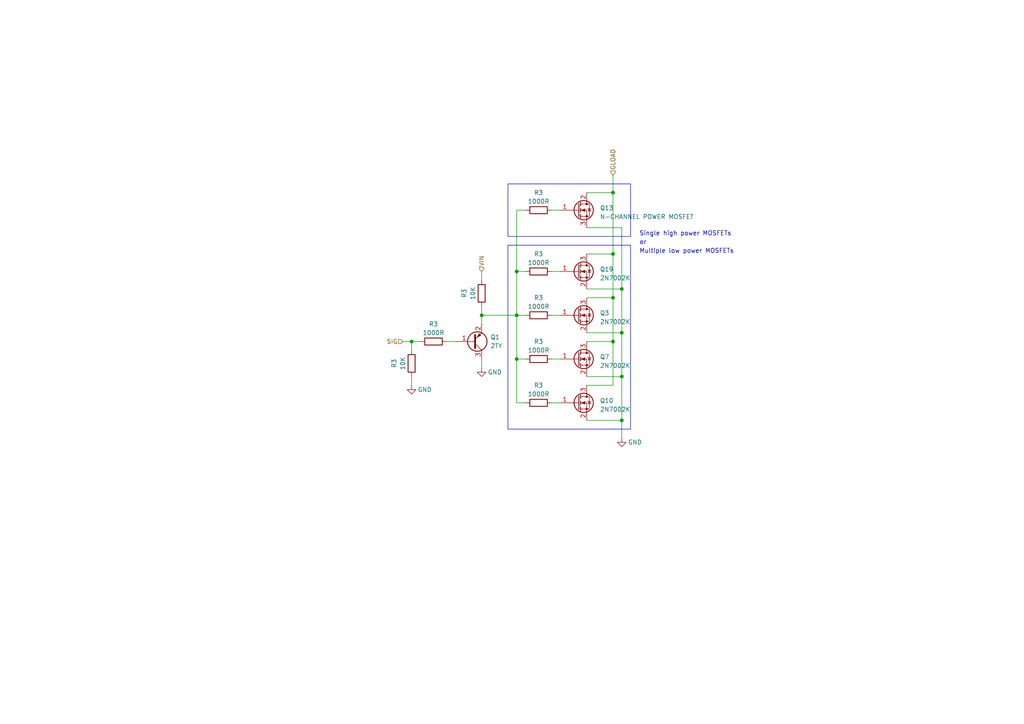
<source format=kicad_sch>
(kicad_sch (version 20230121) (generator eeschema)
  (paper "A4")
  (lib_symbols
    (symbol "Custom:2TY" (pin_names (offset 0) hide)
      (property "Reference" "Q3" (at 5.08 -0.635 0))
      (property "Value" "2TY" (at 5.08 1.905 0))
      (symbol "2TY_0_1"
        (polyline (pts (xy 0 0) (xy 0.635 0)))
        (polyline (pts (xy 2.54 -2.54) (xy 0.635 -0.635)))
        (polyline (pts (xy 2.54 2.54) (xy 0.635 0.635)))
        (polyline (pts (xy 0.635 1.905) (xy 0.635 -1.905) (xy 0.635 -1.905)) (stroke (width 0.508)) (fill (type outline)))
        (polyline (pts (xy 1.778 -2.286) (xy 2.286 -1.778) (xy 1.27 -1.27) (xy 1.778 -2.286) (xy 1.778 -2.286)) (fill (type outline)))
        (circle (center 1.27 0) (radius 2.8194) (stroke (width 0.254)))
      )
      (symbol "2TY_1_1"
        (pin input line (at -5.08 0 0) (length 5.08) (name "B") (number "1"))
        (pin passive line (at 2.54 -5.08 90) (length 2.54) (name "E") (number "2"))
        (pin passive line (at 2.54 5.08 270) (length 2.54) (name "C") (number "3"))
      )
    )
    (symbol "Device:R" (pin_numbers hide) (pin_names (offset 0))
      (property "Reference" "R" (at 2.032 0 90))
      (property "Value" "R" (at 0 0 90))
      (symbol "R_0_1"
        (rectangle (start -1.016 -2.54) (end 1.016 2.54) (stroke (width 0.254)))
      )
      (symbol "R_1_1"
        (pin passive line (at 0 3.81 270) (length 1.27) (name "~") (number "1"))
        (pin passive line (at 0 -3.81 90) (length 1.27) (name "~") (number "2"))
      )
    )
    (symbol "Transistor_FET:2N7002K" (pin_names hide)
      (property "Reference" "Q" (at 5.08 1.905 0))
      (property "Value" "2N7002K" (at 5.08 0 0))
      (symbol "2N7002K_0_1"
        (polyline (pts (xy 0.254 0) (xy -2.54 0)))
        (polyline (pts (xy 0.254 1.905) (xy 0.254 -1.905)) (stroke (width 0.254)))
        (polyline (pts (xy 0.762 -1.27) (xy 0.762 -2.286)) (stroke (width 0.254)))
        (polyline (pts (xy 0.762 0.508) (xy 0.762 -0.508)) (stroke (width 0.254)))
        (polyline (pts (xy 0.762 2.286) (xy 0.762 1.27)) (stroke (width 0.254)))
        (polyline (pts (xy 2.54 2.54) (xy 2.54 1.778)))
        (polyline (pts (xy 2.54 -2.54) (xy 2.54 0) (xy 0.762 0)))
        (polyline (pts (xy 0.762 -1.778) (xy 3.302 -1.778) (xy 3.302 1.778) (xy 0.762 1.778)))
        (polyline (pts (xy 1.016 0) (xy 2.032 0.381) (xy 2.032 -0.381) (xy 1.016 0)) (fill (type outline)))
        (polyline (pts (xy 2.794 0.508) (xy 2.921 0.381) (xy 3.683 0.381) (xy 3.81 0.254)))
        (polyline (pts (xy 3.302 0.381) (xy 2.921 -0.254) (xy 3.683 -0.254) (xy 3.302 0.381)))
        (circle (center 1.651 0) (radius 2.794) (stroke (width 0.254)))
        (circle (center 2.54 -1.778) (radius 0.254) (fill (type outline)))
        (circle (center 2.54 1.778) (radius 0.254) (fill (type outline)))
      )
      (symbol "2N7002K_1_1"
        (pin input line (at -5.08 0 0) (length 2.54) (name "G") (number "1"))
        (pin passive line (at 2.54 -5.08 90) (length 2.54) (name "S") (number "2"))
        (pin passive line (at 2.54 5.08 270) (length 2.54) (name "D") (number "3"))
      )
    )
    (symbol "Transistor_FET:IPD50R3K0CE" (pin_names hide)
      (property "Reference" "Q" (at 5.08 1.905 0))
      (property "Value" "IPD50R3K0CE" (at 5.08 0 0))
      (symbol "IPD50R3K0CE_0_1"
        (polyline (pts (xy 0.254 0) (xy -2.54 0)))
        (polyline (pts (xy 0.254 1.905) (xy 0.254 -1.905)) (stroke (width 0.254)))
        (polyline (pts (xy 0.762 -1.27) (xy 0.762 -2.286)) (stroke (width 0.254)))
        (polyline (pts (xy 0.762 0.508) (xy 0.762 -0.508)) (stroke (width 0.254)))
        (polyline (pts (xy 0.762 2.286) (xy 0.762 1.27)) (stroke (width 0.254)))
        (polyline (pts (xy 2.54 2.54) (xy 2.54 1.778)))
        (polyline (pts (xy 2.54 -2.54) (xy 2.54 0) (xy 0.762 0)))
        (polyline (pts (xy 0.762 -1.778) (xy 3.302 -1.778) (xy 3.302 1.778) (xy 0.762 1.778)))
        (polyline (pts (xy 1.016 0) (xy 2.032 0.381) (xy 2.032 -0.381) (xy 1.016 0)) (fill (type outline)))
        (polyline (pts (xy 2.794 0.508) (xy 2.921 0.381) (xy 3.683 0.381) (xy 3.81 0.254)))
        (polyline (pts (xy 3.302 0.381) (xy 2.921 -0.254) (xy 3.683 -0.254) (xy 3.302 0.381)))
        (circle (center 1.651 0) (radius 2.794) (stroke (width 0.254)))
        (circle (center 2.54 -1.778) (radius 0.254) (fill (type outline)))
        (circle (center 2.54 1.778) (radius 0.254) (fill (type outline)))
      )
      (symbol "IPD50R3K0CE_1_1"
        (pin input line (at -5.08 0 0) (length 2.54) (name "G") (number "1"))
        (pin passive line (at 2.54 5.08 270) (length 2.54) (name "D") (number "2"))
        (pin passive line (at 2.54 -5.08 90) (length 2.54) (name "S") (number "3"))
      )
    )
    (symbol "power:GND" (power) (pin_names (offset 0))
      (property "Value" "GND" (at 0 -3.81 0))
      (symbol "GND_0_1"
        (polyline (pts (xy 0 0) (xy 0 -1.27) (xy 1.27 -1.27) (xy 0 -2.54) (xy -1.27 -1.27) (xy 0 -1.27)))
      )
      (symbol "GND_1_1"
        (pin power_in line (at 0 0 270) (length 0) hide (name "GND") (number "1"))
      )
    )
  )
  (junction (at 177.8 99.06))
  (junction (at 119.38 99.06))
  (junction (at 177.8 86.36))
  (junction (at 149.86 91.44))
  (junction (at 177.8 55.88))
  (junction (at 149.86 104.14))
  (junction (at 180.34 96.52))
  (junction (at 180.34 121.92))
  (junction (at 177.8 73.66))
  (junction (at 180.34 109.22))
  (junction (at 149.86 78.74))
  (junction (at 139.7 91.44))
  (junction (at 180.34 83.82))
  (wire (pts (xy 180.34 96.52) (xy 180.34 109.22)))
  (wire (pts (xy 139.7 78.74) (xy 139.7 81.28)))
  (wire (pts (xy 116.84 99.06) (xy 119.38 99.06)))
  (wire (pts (xy 119.38 101.6) (xy 119.38 99.06)))
  (wire (pts (xy 149.86 60.96) (xy 152.4 60.96)))
  (wire (pts (xy 170.18 66.04) (xy 180.34 66.04)))
  (wire (pts (xy 170.18 109.22) (xy 180.34 109.22)))
  (wire (pts (xy 170.18 121.92) (xy 180.34 121.92)))
  (wire (pts (xy 180.34 66.04) (xy 180.34 83.82)))
  (wire (pts (xy 149.86 78.74) (xy 149.86 91.44)))
  (wire (pts (xy 139.7 88.9) (xy 139.7 91.44)))
  (wire (pts (xy 177.8 55.88) (xy 177.8 73.66)))
  (wire (pts (xy 129.54 99.06) (xy 132.08 99.06)))
  (wire (pts (xy 119.38 99.06) (xy 121.92 99.06)))
  (wire (pts (xy 160.02 104.14) (xy 162.56 104.14)))
  (wire (pts (xy 139.7 104.14) (xy 139.7 106.68)))
  (wire (pts (xy 160.02 91.44) (xy 162.56 91.44)))
  (wire (pts (xy 177.8 73.66) (xy 177.8 86.36)))
  (wire (pts (xy 149.86 60.96) (xy 149.86 78.74)))
  (wire (pts (xy 149.86 91.44) (xy 149.86 104.14)))
  (wire (pts (xy 180.34 109.22) (xy 180.34 121.92)))
  (wire (pts (xy 170.18 55.88) (xy 177.8 55.88)))
  (wire (pts (xy 170.18 99.06) (xy 177.8 99.06)))
  (wire (pts (xy 149.86 91.44) (xy 152.4 91.44)))
  (wire (pts (xy 170.18 96.52) (xy 180.34 96.52)))
  (wire (pts (xy 170.18 73.66) (xy 177.8 73.66)))
  (wire (pts (xy 177.8 86.36) (xy 177.8 99.06)))
  (wire (pts (xy 160.02 78.74) (xy 162.56 78.74)))
  (wire (pts (xy 177.8 50.8) (xy 177.8 55.88)))
  (wire (pts (xy 139.7 91.44) (xy 139.7 93.98)))
  (wire (pts (xy 149.86 104.14) (xy 152.4 104.14)))
  (wire (pts (xy 119.38 109.22) (xy 119.38 111.76)))
  (wire (pts (xy 177.8 99.06) (xy 177.8 111.76)))
  (wire (pts (xy 160.02 116.84) (xy 162.56 116.84)))
  (wire (pts (xy 170.18 86.36) (xy 177.8 86.36)))
  (wire (pts (xy 149.86 116.84) (xy 152.4 116.84)))
  (wire (pts (xy 170.18 111.76) (xy 177.8 111.76)))
  (wire (pts (xy 180.34 127) (xy 180.34 121.92)))
  (wire (pts (xy 170.18 83.82) (xy 180.34 83.82)))
  (wire (pts (xy 149.86 78.74) (xy 152.4 78.74)))
  (wire (pts (xy 149.86 104.14) (xy 149.86 116.84)))
  (wire (pts (xy 160.02 60.96) (xy 162.56 60.96)))
  (wire (pts (xy 139.7 91.44) (xy 149.86 91.44)))
  (wire (pts (xy 180.34 83.82) (xy 180.34 96.52)))
  (rectangle (start 147.32 53.34) (end 182.88 68.58))
  (rectangle (start 147.32 71.12) (end 182.88 124.46))
  (text "Multiple low power MOSFETs" (at 185.42 73.66 0) (effects (font (size 1.27 1.27)) (justify left bottom)))
  (text "or" (at 185.42 71.12 0) (effects (font (size 1.27 1.27)) (justify left bottom)))
  (text "Single high power MOSFETs" (at 185.42 68.58 0) (effects (font (size 1.27 1.27)) (justify left bottom)))
  (hierarchical_label "VIN" (shape input) (at 139.7 78.74 90))
  (hierarchical_label "GLOAD" (shape input) (at 177.8 50.8 90))
  (hierarchical_label "SIG" (shape input) (at 116.84 99.06 180))
  (symbol (lib_id "Device:R") (at 156.21 91.44 90) (unit 1)
    (property "Reference" "R3" (at 156.21 86.36 90))
    (property "Value" "1000R" (at 156.21 88.9 90))
    (property "Footprint" "Resistor_SMD:R_0805_2012Metric_Pad1.20x1.40mm_HandSolder" (effects hide))
    (instances (project "ws8211_dumb_adaptor2" (path "" (reference "R3") (unit 1)) (path "" (reference "R13") (unit 1)) (path "" (reference "R14") (unit 1)) (path "" (reference "R15") (unit 1))))
  )
  (symbol (lib_id "Transistor_FET:IPD50R3K0CE") (at 167.64 60.96 0) (unit 1)
    (property "Reference" "Q13" (at 173.99 60.325 0) (effects (justify left)))
    (property "Value" "N-CHANNEL POWER MOSFET" (at 173.99 62.865 0) (effects (justify left)))
    (property "Footprint" "Package_TO_SOT_SMD:TO-252-2" (effects hide))
    (instances (project "ws8211_dumb_adaptor2" (path "" (reference "Q13") (unit 1)) (path "" (reference "Q14") (unit 1)) (path "" (reference "Q15") (unit 1))))
  )
  (symbol (lib_id "power:GND") (at 139.7 106.68 0) (unit 1)
    (property "Reference" "#PWR07" (effects hide))
    (property "Value" "GND" (at 143.51 107.95 0))
    (instances (project "ws8211_dumb_adaptor2" (path "" (reference "#PWR07") (unit 1)) (path "" (reference "#PWR08") (unit 1)) (path "" (reference "#PWR05") (unit 1)) (path "" (reference "#PWR06") (unit 1))))
  )
  (symbol (lib_id "Device:R") (at 125.73 99.06 90) (unit 1)
    (property "Reference" "R3" (at 125.73 93.98 90))
    (property "Value" "1000R" (at 125.73 96.52 90))
    (property "Footprint" "Resistor_SMD:R_0805_2012Metric_Pad1.20x1.40mm_HandSolder" (effects hide))
    (instances (project "ws8211_dumb_adaptor2" (path "" (reference "R3") (unit 1)) (path "" (reference "R10") (unit 1)) (path "" (reference "R3") (unit 1)) (path "" (reference "R4") (unit 1))))
  )
  (symbol (lib_id "Device:R") (at 119.38 105.41 180) (unit 1)
    (property "Reference" "R3" (at 114.3 105.41 90))
    (property "Value" "10K" (at 116.84 105.41 90))
    (property "Footprint" "Resistor_SMD:R_0805_2012Metric_Pad1.20x1.40mm_HandSolder" (effects hide))
    (instances (project "ws8211_dumb_adaptor2" (path "" (reference "R3") (unit 1)) (path "" (reference "R25") (unit 1)) (path "" (reference "R26") (unit 1)) (path "" (reference "R27") (unit 1))))
  )
  (symbol (lib_id "Transistor_FET:2N7002K") (at 167.64 116.84 0) (unit 1)
    (property "Reference" "Q10" (at 173.99 116.205 0) (effects (justify left)))
    (property "Value" "2N7002K" (at 173.99 118.745 0) (effects (justify left)))
    (property "Footprint" "Package_TO_SOT_SMD:SOT-23_Handsoldering" (effects hide))
    (property "Datasheet" "https://www.diodes.com/assets/Datasheets/ds30896.pdf" (effects hide))
    (instances (project "ws8211_dumb_adaptor2" (path "" (reference "Q10") (unit 1)) (path "" (reference "Q11") (unit 1)) (path "" (reference "Q12") (unit 1))))
  )
  (symbol (lib_id "Device:R") (at 156.21 78.74 90) (unit 1)
    (property "Reference" "R3" (at 156.21 73.66 90))
    (property "Value" "1000R" (at 156.21 76.2 90))
    (property "Footprint" "Resistor_SMD:R_0805_2012Metric_Pad1.20x1.40mm_HandSolder" (effects hide))
    (instances (project "ws8211_dumb_adaptor2" (path "" (reference "R3") (unit 1)) (path "" (reference "R5") (unit 1)) (path "" (reference "R11") (unit 1)) (path "" (reference "R12") (unit 1))))
  )
  (symbol (lib_id "Device:R") (at 156.21 116.84 90) (unit 1)
    (property "Reference" "R3" (at 156.21 111.76 90))
    (property "Value" "1000R" (at 156.21 114.3 90))
    (property "Footprint" "Resistor_SMD:R_0805_2012Metric_Pad1.20x1.40mm_HandSolder" (effects hide))
    (instances (project "ws8211_dumb_adaptor2" (path "" (reference "R3") (unit 1)) (path "" (reference "R19") (unit 1)) (path "" (reference "R20") (unit 1)) (path "" (reference "R21") (unit 1))))
  )
  (symbol (lib_id "Transistor_FET:2N7002K") (at 167.64 78.74 0) (unit 1)
    (property "Reference" "Q19" (at 173.99 78.105 0) (effects (justify left)))
    (property "Value" "2N7002K" (at 173.99 80.645 0) (effects (justify left)))
    (property "Footprint" "Package_TO_SOT_SMD:SOT-23_Handsoldering" (effects hide))
    (property "Datasheet" "https://www.diodes.com/assets/Datasheets/ds30896.pdf" (effects hide))
    (instances (project "ws8211_dumb_adaptor2" (path "" (reference "Q19") (unit 1)) (path "" (reference "Q20") (unit 1)) (path "" (reference "Q21") (unit 1))))
  )
  (symbol (lib_id "Device:R") (at 156.21 104.14 90) (unit 1)
    (property "Reference" "R3" (at 156.21 99.06 90))
    (property "Value" "1000R" (at 156.21 101.6 90))
    (property "Footprint" "Resistor_SMD:R_0805_2012Metric_Pad1.20x1.40mm_HandSolder" (effects hide))
    (instances (project "ws8211_dumb_adaptor2" (path "" (reference "R3") (unit 1)) (path "" (reference "R16") (unit 1)) (path "" (reference "R17") (unit 1)) (path "" (reference "R18") (unit 1))))
  )
  (symbol (lib_id "Transistor_FET:2N7002K") (at 167.64 104.14 0) (unit 1)
    (property "Reference" "Q7" (at 173.99 103.505 0) (effects (justify left)))
    (property "Value" "2N7002K" (at 173.99 106.045 0) (effects (justify left)))
    (property "Footprint" "Package_TO_SOT_SMD:SOT-23_Handsoldering" (effects hide))
    (property "Datasheet" "https://www.diodes.com/assets/Datasheets/ds30896.pdf" (effects hide))
    (instances (project "ws8211_dumb_adaptor2" (path "" (reference "Q7") (unit 1)) (path "" (reference "Q8") (unit 1)) (path "" (reference "Q9") (unit 1))))
  )
  (symbol (lib_id "Device:R") (at 156.21 60.96 90) (unit 1)
    (property "Reference" "R3" (at 156.21 55.88 90))
    (property "Value" "1000R" (at 156.21 58.42 90))
    (property "Footprint" "Resistor_SMD:R_0805_2012Metric_Pad1.20x1.40mm_HandSolder" (effects hide))
    (instances (project "ws8211_dumb_adaptor2" (path "" (reference "R3") (unit 1)) (path "" (reference "R6") (unit 1)) (path "" (reference "R28") (unit 1)) (path "" (reference "R29") (unit 1))))
  )
  (symbol (lib_id "power:GND") (at 180.34 127 0) (unit 1)
    (property "Reference" "#PWR07" (effects hide))
    (property "Value" "GND" (at 184.15 128.27 0))
    (instances (project "ws8211_dumb_adaptor2" (path "" (reference "#PWR07") (unit 1)) (path "" (reference "#PWR017") (unit 1)) (path "" (reference "#PWR018") (unit 1)) (path "" (reference "#PWR019") (unit 1))))
  )
  (symbol (lib_id "power:GND") (at 119.38 111.76 0) (unit 1)
    (property "Reference" "#PWR07" (effects hide))
    (property "Value" "GND" (at 123.19 113.03 0))
    (instances (project "ws8211_dumb_adaptor2" (path "" (reference "#PWR07") (unit 1)) (path "" (reference "#PWR03") (unit 1)) (path "" (reference "#PWR07") (unit 1)) (path "" (reference "#PWR09") (unit 1))))
  )
  (symbol (lib_id "Custom:2TY") (at 137.16 99.06 0) (mirror x) (unit 1)
    (property "Reference" "Q1" (at 142.24 97.79 0) (effects (justify left)))
    (property "Value" "2TY" (at 142.24 100.33 0) (effects (justify left)))
    (property "Footprint" "Package_TO_SOT_SMD:SOT-23_Handsoldering" (effects hide))
    (property "Datasheet" "http://www.unisonic.com.tw/datasheet/S8550.pdf" (effects hide))
    (instances (project "ws8211_dumb_adaptor2" (path "" (reference "Q1") (unit 1)) (path "" (reference "Q5") (unit 1)) (path "" (reference "Q1") (unit 1)) (path "" (reference "Q2") (unit 1))))
  )
  (symbol (lib_id "Device:R") (at 139.7 85.09 180) (unit 1)
    (property "Reference" "R3" (at 134.62 85.09 90))
    (property "Value" "10K" (at 137.16 85.09 90))
    (property "Footprint" "Resistor_SMD:R_0805_2012Metric_Pad1.20x1.40mm_HandSolder" (effects hide))
    (instances (project "ws8211_dumb_adaptor2" (path "" (reference "R3") (unit 1)) (path "" (reference "R22") (unit 1)) (path "" (reference "R23") (unit 1)) (path "" (reference "R24") (unit 1))))
  )
  (symbol (lib_id "Transistor_FET:2N7002K") (at 167.64 91.44 0) (unit 1)
    (property "Reference" "Q3" (at 173.99 90.805 0) (effects (justify left)))
    (property "Value" "2N7002K" (at 173.99 93.345 0) (effects (justify left)))
    (property "Footprint" "Package_TO_SOT_SMD:SOT-23_Handsoldering" (effects hide))
    (property "Datasheet" "https://www.diodes.com/assets/Datasheets/ds30896.pdf" (effects hide))
    (instances (project "ws8211_dumb_adaptor2" (path "" (reference "Q3") (unit 1)) (path "" (reference "Q4") (unit 1)) (path "" (reference "Q6") (unit 1))))
  )
)
</source>
